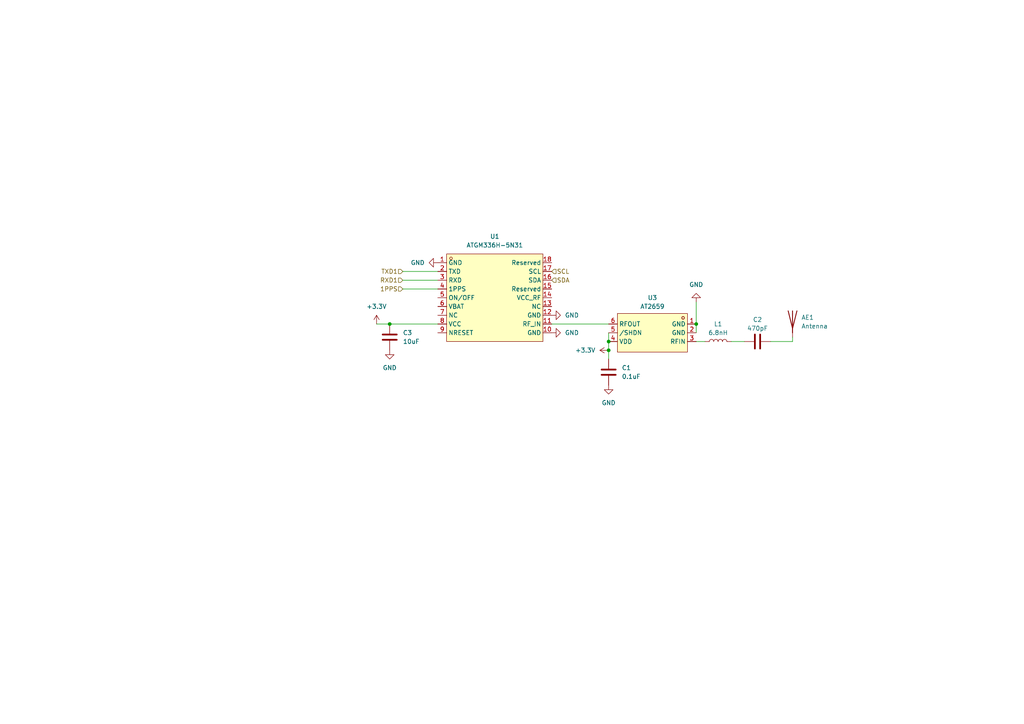
<source format=kicad_sch>
(kicad_sch (version 20230121) (generator eeschema)
  (paper "A4")
  (lib_symbols
    (symbol "Device:Antenna" (pin_numbers hide) (pin_names (offset 1.016) hide)
      (property "Reference" "AE" (at -1.905 1.905 0))
      (property "Value" "Antenna" (at -1.905 0 0))
      (symbol "Antenna_0_1"
        (polyline (pts (xy 0 2.54) (xy 0 -3.81)) (stroke (width 0.254)))
        (polyline (pts (xy 1.27 2.54) (xy 0 -2.54) (xy -1.27 2.54)) (stroke (width 0.254)))
      )
      (symbol "Antenna_1_1"
        (pin input line (at 0 -5.08 90) (length 2.54) (name "A") (number "1"))
      )
    )
    (symbol "Device:C" (pin_numbers hide) (pin_names (offset 0.254))
      (property "Reference" "C" (at 0.635 2.54 0))
      (property "Value" "C" (at 0.635 -2.54 0))
      (symbol "C_0_1"
        (polyline (pts (xy -2.032 -0.762) (xy 2.032 -0.762)) (stroke (width 0.508)))
        (polyline (pts (xy -2.032 0.762) (xy 2.032 0.762)) (stroke (width 0.508)))
      )
      (symbol "C_1_1"
        (pin passive line (at 0 3.81 270) (length 2.794) (name "~") (number "1"))
        (pin passive line (at 0 -3.81 90) (length 2.794) (name "~") (number "2"))
      )
    )
    (symbol "Device:L" (pin_numbers hide) (pin_names (offset 1.016) hide)
      (property "Reference" "L" (at -1.27 0 90))
      (property "Value" "L" (at 1.905 0 90))
      (symbol "L_0_1"
        (arc (start 0 -2.54) (mid 0.6323 -1.905) (end 0 -1.27))
        (arc (start 0 -1.27) (mid 0.6323 -0.635) (end 0 0))
        (arc (start 0 0) (mid 0.6323 0.635) (end 0 1.27))
        (arc (start 0 1.27) (mid 0.6323 1.905) (end 0 2.54))
      )
      (symbol "L_1_1"
        (pin passive line (at 0 3.81 270) (length 1.27) (name "1") (number "1"))
        (pin passive line (at 0 -3.81 90) (length 1.27) (name "2") (number "2"))
      )
    )
    (symbol "PARTS:AT2659"
      (property "Reference" "U" (at 0 7.62 0))
      (property "Value" "AT2659" (at 0 -7.62 0))
      (symbol "AT2659_0_1"
        (rectangle (start -10.16 5.59) (end 10.16 -5.59) (fill (type background)))
        (circle (center -8.89 4.32) (radius 0.38))
        (circle (center -8.89 4.32) (radius 0.38))
        (pin unspecified line (at -12.7 2.54 0) (length 2.54) (name "GND") (number "1"))
        (pin unspecified line (at -12.7 0 0) (length 2.54) (name "GND") (number "2"))
        (pin unspecified line (at -12.7 -2.54 0) (length 2.54) (name "RFIN") (number "3"))
        (pin unspecified line (at 12.7 -2.54 180) (length 2.54) (name "VDD") (number "4"))
        (pin unspecified line (at 12.7 0 180) (length 2.54) (name "/SHDN") (number "5"))
        (pin unspecified line (at 12.7 2.54 180) (length 2.54) (name "RFOUT") (number "6"))
      )
    )
    (symbol "PARTS:ATGM336H-5N31"
      (property "Reference" "U" (at 0 15.24 0))
      (property "Value" "ATGM336H-5N31" (at 0 -15.24 0))
      (symbol "ATGM336H-5N31_0_1"
        (rectangle (start -13.97 12.7) (end 13.97 -12.7) (fill (type background)))
        (circle (center -12.7 11.43) (radius 0.38))
        (pin unspecified line (at -16.51 10.16 0) (length 2.54) (name "GND") (number "1"))
        (pin unspecified line (at 16.51 -10.16 180) (length 2.54) (name "GND") (number "10"))
        (pin unspecified line (at 16.51 -7.62 180) (length 2.54) (name "RF_IN") (number "11"))
        (pin unspecified line (at 16.51 -5.08 180) (length 2.54) (name "GND") (number "12"))
        (pin unspecified line (at 16.51 -2.54 180) (length 2.54) (name "NC") (number "13"))
        (pin unspecified line (at 16.51 0 180) (length 2.54) (name "VCC_RF") (number "14"))
        (pin unspecified line (at 16.51 2.54 180) (length 2.54) (name "Reserved") (number "15"))
        (pin unspecified line (at 16.51 5.08 180) (length 2.54) (name "SDA") (number "16"))
        (pin unspecified line (at 16.51 7.62 180) (length 2.54) (name "SCL") (number "17"))
        (pin unspecified line (at 16.51 10.16 180) (length 2.54) (name "Reserved") (number "18"))
        (pin unspecified line (at -16.51 7.62 0) (length 2.54) (name "TXD") (number "2"))
        (pin unspecified line (at -16.51 5.08 0) (length 2.54) (name "RXD") (number "3"))
        (pin unspecified line (at -16.51 2.54 0) (length 2.54) (name "1PPS") (number "4"))
        (pin unspecified line (at -16.51 0 0) (length 2.54) (name "ON/OFF") (number "5"))
        (pin unspecified line (at -16.51 -2.54 0) (length 2.54) (name "VBAT") (number "6"))
        (pin unspecified line (at -16.51 -5.08 0) (length 2.54) (name "NC") (number "7"))
        (pin unspecified line (at -16.51 -7.62 0) (length 2.54) (name "VCC") (number "8"))
        (pin unspecified line (at -16.51 -10.16 0) (length 2.54) (name "NRESET") (number "9"))
      )
    )
    (symbol "power:+3.3V" (power) (pin_names (offset 0))
      (property "Value" "+3.3V" (at 0 3.556 0))
      (symbol "+3.3V_0_1"
        (polyline (pts (xy -0.762 1.27) (xy 0 2.54)))
        (polyline (pts (xy 0 0) (xy 0 2.54)))
        (polyline (pts (xy 0 2.54) (xy 0.762 1.27)))
      )
      (symbol "+3.3V_1_1"
        (pin power_in line (at 0 0 90) (length 0) hide (name "+3.3V") (number "1"))
      )
    )
    (symbol "power:GND" (power) (pin_names (offset 0))
      (property "Value" "GND" (at 0 -3.81 0))
      (symbol "GND_0_1"
        (polyline (pts (xy 0 0) (xy 0 -1.27) (xy 1.27 -1.27) (xy 0 -2.54) (xy -1.27 -1.27) (xy 0 -1.27)))
      )
      (symbol "GND_1_1"
        (pin power_in line (at 0 0 270) (length 0) hide (name "GND") (number "1"))
      )
    )
  )
  (junction (at 176.53 99.06))
  (junction (at 113.03 93.98))
  (junction (at 201.93 93.98))
  (junction (at 176.53 101.6))
  (wire (pts (xy 116.84 78.74) (xy 127 78.74)))
  (wire (pts (xy 215.9 99.06) (xy 212.09 99.06)))
  (wire (pts (xy 229.87 99.06) (xy 229.87 97.79)))
  (wire (pts (xy 176.53 96.52) (xy 176.53 99.06)))
  (wire (pts (xy 176.53 101.6) (xy 176.53 104.14)))
  (wire (pts (xy 116.84 83.82) (xy 127 83.82)))
  (wire (pts (xy 204.47 99.06) (xy 201.93 99.06)))
  (wire (pts (xy 201.93 93.98) (xy 201.93 96.52)))
  (wire (pts (xy 223.52 99.06) (xy 229.87 99.06)))
  (wire (pts (xy 116.84 81.28) (xy 127 81.28)))
  (wire (pts (xy 160.02 93.98) (xy 176.53 93.98)))
  (wire (pts (xy 176.53 99.06) (xy 176.53 101.6)))
  (wire (pts (xy 201.93 87.63) (xy 201.93 93.98)))
  (wire (pts (xy 109.22 93.98) (xy 113.03 93.98)))
  (wire (pts (xy 113.03 93.98) (xy 127 93.98)))
  (hierarchical_label "SDA" (shape input) (at 160.02 81.28 0))
  (hierarchical_label "RXD1" (shape input) (at 116.84 81.28 180))
  (hierarchical_label "1PPS" (shape input) (at 116.84 83.82 180))
  (hierarchical_label "TXD1" (shape input) (at 116.84 78.74 180))
  (hierarchical_label "SCL" (shape input) (at 160.02 78.74 0))
  (symbol (lib_id "power:GND") (at 127 76.2 270) (unit 1)
    (property "Reference" "#PWR04" (effects hide))
    (property "Value" "GND" (at 123.19 76.2 90) (effects (justify right)))
  )
  (symbol (lib_id "power:GND") (at 201.93 87.63 180) (unit 1)
    (property "Reference" "#PWR03" (effects hide))
    (property "Value" "GND" (at 201.93 82.55 0))
  )
  (symbol (lib_id "Device:C") (at 113.03 97.79 0) (unit 1)
    (property "Reference" "C3" (at 116.84 96.52 0) (effects (justify left)))
    (property "Value" "10uF" (at 116.84 99.06 0) (effects (justify left)))
  )
  (symbol (lib_id "Device:C") (at 176.53 107.95 0) (unit 1)
    (property "Reference" "C1" (at 180.34 106.68 0) (effects (justify left)))
    (property "Value" "0.1uF" (at 180.34 109.22 0) (effects (justify left)))
  )
  (symbol (lib_id "power:+3.3V") (at 176.53 101.6 90) (unit 1)
    (property "Reference" "#PWR02" (effects hide))
    (property "Value" "+3.3V" (at 172.72 101.6 90) (effects (justify left)))
  )
  (symbol (lib_id "Device:Antenna") (at 229.87 92.71 0) (unit 1)
    (property "Reference" "AE1" (at 232.41 92.075 0) (effects (justify left)))
    (property "Value" "Antenna" (at 232.41 94.615 0) (effects (justify left)))
  )
  (symbol (lib_id "PARTS:ATGM336H-5N31") (at 143.51 86.36 0) (unit 1)
    (property "Reference" "U1" (at 143.51 68.58 0))
    (property "Value" "ATGM336H-5N31" (at 143.51 71.12 0))
    (property "Footprint" "PARTS:RA_08H-BREAKOUT" (effects hide))
    (property "Datasheet" "https://lcsc.com/product-detail/GSM-GPRS-GPS-Modules_ATGM336H-5N-3X_C90770.html" (effects hide))
    (property "LCSC Part" "C90770" (effects hide))
  )
  (symbol (lib_id "power:+3.3V") (at 109.22 93.98 0) (unit 1)
    (property "Reference" "#PWR07" (effects hide))
    (property "Value" "+3.3V" (at 109.22 88.9 0))
  )
  (symbol (lib_id "power:GND") (at 113.03 101.6 0) (unit 1)
    (property "Reference" "#PWR08" (effects hide))
    (property "Value" "GND" (at 113.03 106.68 0))
  )
  (symbol (lib_id "Device:L") (at 208.28 99.06 90) (unit 1)
    (property "Reference" "L1" (at 208.28 93.98 90))
    (property "Value" "6.8nH" (at 208.28 96.52 90))
  )
  (symbol (lib_id "power:GND") (at 160.02 91.44 90) (unit 1)
    (property "Reference" "#PWR06" (effects hide))
    (property "Value" "GND" (at 163.83 91.44 90) (effects (justify right)))
  )
  (symbol (lib_id "power:GND") (at 176.53 111.76 0) (unit 1)
    (property "Reference" "#PWR01" (effects hide))
    (property "Value" "GND" (at 176.53 116.84 0))
  )
  (symbol (lib_id "Device:C") (at 219.71 99.06 90) (unit 1)
    (property "Reference" "C2" (at 219.71 92.71 90))
    (property "Value" "470pF" (at 219.71 95.25 90))
  )
  (symbol (lib_id "PARTS:AT2659") (at 189.23 96.52 0) (mirror y) (unit 1)
    (property "Reference" "U3" (at 189.23 86.36 0))
    (property "Value" "AT2659" (at 189.23 88.9 0))
    (property "Footprint" "PARTS:AT2659" (effects hide))
    (property "Datasheet" "https://lcsc.com/product-detail/Low-Noise-OpAmps_AT2659_C92450.html" (effects hide))
    (property "LCSC Part" "C92450" (effects hide))
  )
  (symbol (lib_id "power:GND") (at 160.02 96.52 90) (unit 1)
    (property "Reference" "#PWR05" (effects hide))
    (property "Value" "GND" (at 163.83 96.52 90) (effects (justify right)))
  )
)
</source>
